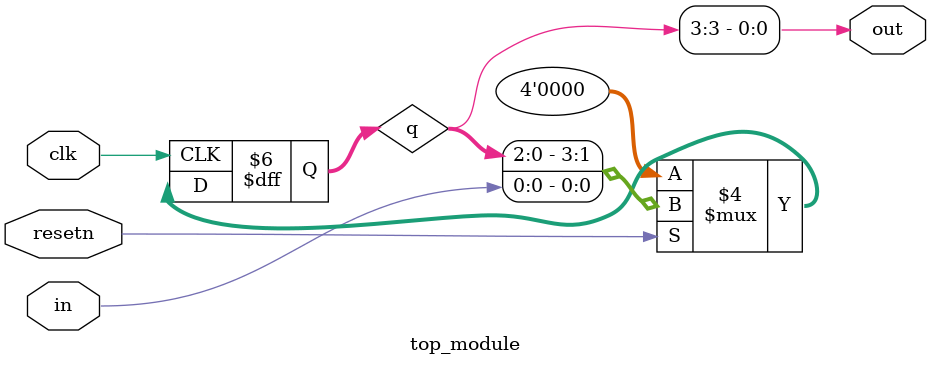
<source format=v>
module top_module (
	input clk,
	input resetn,
	input in,
	output out
);

    reg [3:0] q;

	always @(posedge clk) begin
        if (~resetn) q <= 4'b0;
		else q <= {q[2:0], in};
	end
	assign out = q[3];

endmodule


</source>
